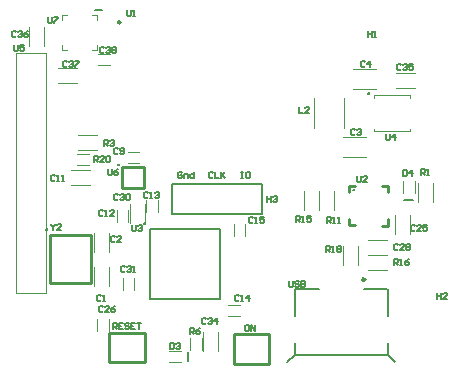
<source format=gto>
G04 Layer_Color=65535*
%FSLAX25Y25*%
%MOIN*%
G70*
G01*
G75*
%ADD10C,0.00500*%
%ADD41C,0.01000*%
%ADD84C,0.00600*%
%ADD103C,0.00984*%
%ADD104C,0.00472*%
%ADD105C,0.00787*%
D10*
X92920Y720D02*
X95400Y3200D01*
Y7200D01*
X95546Y3200D02*
X126254D01*
X95546Y24885D02*
X103400D01*
X95400Y16200D02*
Y24885D01*
X126400Y3200D02*
Y7200D01*
Y3200D02*
X128880Y720D01*
X126400Y16200D02*
Y24885D01*
X118400D02*
X126254D01*
X2024Y106478D02*
Y104812D01*
X2357Y104478D01*
X3023D01*
X3356Y104812D01*
Y106478D01*
X5356D02*
X4023D01*
Y105478D01*
X4689Y105811D01*
X5023D01*
X5356Y105478D01*
Y104812D01*
X5023Y104478D01*
X4356D01*
X4023Y104812D01*
X39600Y118099D02*
Y116433D01*
X39933Y116100D01*
X40600D01*
X40933Y116433D01*
Y118099D01*
X41599Y116100D02*
X42266D01*
X41933D01*
Y118099D01*
X41599Y117766D01*
X131400Y64799D02*
Y62800D01*
X132400D01*
X132733Y63133D01*
Y64466D01*
X132400Y64799D01*
X131400D01*
X134399Y62800D02*
Y64799D01*
X133399Y63800D01*
X134732D01*
X13200Y115699D02*
Y114033D01*
X13533Y113700D01*
X14200D01*
X14533Y114033D01*
Y115699D01*
X15199D02*
X16532D01*
Y115366D01*
X15199Y114033D01*
Y113700D01*
X31886Y105475D02*
X31553Y105808D01*
X30887D01*
X30553Y105475D01*
Y104142D01*
X30887Y103809D01*
X31553D01*
X31886Y104142D01*
X32553Y105475D02*
X32886Y105808D01*
X33553D01*
X33886Y105475D01*
Y105142D01*
X33553Y104809D01*
X33219D01*
X33553D01*
X33886Y104476D01*
Y104142D01*
X33553Y103809D01*
X32886D01*
X32553Y104142D01*
X34552Y105475D02*
X34885Y105808D01*
X35552D01*
X35885Y105475D01*
Y105142D01*
X35552Y104809D01*
X35885Y104476D01*
Y104142D01*
X35552Y103809D01*
X34885D01*
X34552Y104142D01*
Y104476D01*
X34885Y104809D01*
X34552Y105142D01*
Y105475D01*
X34885Y104809D02*
X35552D01*
X19433Y100866D02*
X19100Y101199D01*
X18433D01*
X18100Y100866D01*
Y99533D01*
X18433Y99200D01*
X19100D01*
X19433Y99533D01*
X20099Y100866D02*
X20433Y101199D01*
X21099D01*
X21432Y100866D01*
Y100533D01*
X21099Y100200D01*
X20766D01*
X21099D01*
X21432Y99866D01*
Y99533D01*
X21099Y99200D01*
X20433D01*
X20099Y99533D01*
X22099Y101199D02*
X23432D01*
Y100866D01*
X22099Y99533D01*
Y99200D01*
X2433Y110566D02*
X2100Y110899D01*
X1433D01*
X1100Y110566D01*
Y109233D01*
X1433Y108900D01*
X2100D01*
X2433Y109233D01*
X3099Y110566D02*
X3433Y110899D01*
X4099D01*
X4432Y110566D01*
Y110233D01*
X4099Y109900D01*
X3766D01*
X4099D01*
X4432Y109566D01*
Y109233D01*
X4099Y108900D01*
X3433D01*
X3099Y109233D01*
X6432Y110899D02*
X5765Y110566D01*
X5099Y109900D01*
Y109233D01*
X5432Y108900D01*
X6098D01*
X6432Y109233D01*
Y109566D01*
X6098Y109900D01*
X5099D01*
X33200Y64999D02*
Y63333D01*
X33533Y63000D01*
X34200D01*
X34533Y63333D01*
Y64999D01*
X36532D02*
X35866Y64666D01*
X35199Y64000D01*
Y63333D01*
X35533Y63000D01*
X36199D01*
X36532Y63333D01*
Y63666D01*
X36199Y64000D01*
X35199D01*
X116300Y62799D02*
Y61133D01*
X116633Y60800D01*
X117300D01*
X117633Y61133D01*
Y62799D01*
X119632Y60800D02*
X118299D01*
X119632Y62133D01*
Y62466D01*
X119299Y62799D01*
X118633D01*
X118299Y62466D01*
X14100Y46599D02*
Y46266D01*
X14766Y45600D01*
X15433Y46266D01*
Y46599D01*
X14766Y45600D02*
Y44600D01*
X17432D02*
X16099D01*
X17432Y45933D01*
Y46266D01*
X17099Y46599D01*
X16433D01*
X16099Y46266D01*
X41100Y46399D02*
Y44733D01*
X41433Y44400D01*
X42100D01*
X42433Y44733D01*
Y46399D01*
X43099Y46066D02*
X43433Y46399D01*
X44099D01*
X44432Y46066D01*
Y45733D01*
X44099Y45400D01*
X43766D01*
X44099D01*
X44432Y45066D01*
Y44733D01*
X44099Y44400D01*
X43433D01*
X43099Y44733D01*
X80000Y13099D02*
X79333D01*
X79000Y12766D01*
Y11433D01*
X79333Y11100D01*
X80000D01*
X80333Y11433D01*
Y12766D01*
X80000Y13099D01*
X80999Y11100D02*
Y13099D01*
X82332Y11100D01*
Y13099D01*
X35000Y11600D02*
Y13599D01*
X36000D01*
X36333Y13266D01*
Y12600D01*
X36000Y12267D01*
X35000D01*
X35666D02*
X36333Y11600D01*
X38332Y13599D02*
X36999D01*
Y11600D01*
X38332D01*
X36999Y12600D02*
X37666D01*
X40332Y13266D02*
X39998Y13599D01*
X39332D01*
X38999Y13266D01*
Y12933D01*
X39332Y12600D01*
X39998D01*
X40332Y12267D01*
Y11933D01*
X39998Y11600D01*
X39332D01*
X38999Y11933D01*
X42331Y13599D02*
X40998D01*
Y11600D01*
X42331D01*
X40998Y12600D02*
X41664D01*
X42997Y13599D02*
X44330D01*
X43664D01*
Y11600D01*
X28400Y67300D02*
Y69299D01*
X29400D01*
X29733Y68966D01*
Y68300D01*
X29400Y67966D01*
X28400D01*
X29066D02*
X29733Y67300D01*
X31732D02*
X30399D01*
X31732Y68633D01*
Y68966D01*
X31399Y69299D01*
X30733D01*
X30399Y68966D01*
X32399D02*
X32732Y69299D01*
X33398D01*
X33732Y68966D01*
Y67633D01*
X33398Y67300D01*
X32732D01*
X32399Y67633D01*
Y68966D01*
X105800Y37400D02*
Y39399D01*
X106800D01*
X107133Y39066D01*
Y38400D01*
X106800Y38066D01*
X105800D01*
X106466D02*
X107133Y37400D01*
X107799D02*
X108466D01*
X108133D01*
Y39399D01*
X107799Y39066D01*
X109466D02*
X109799Y39399D01*
X110465D01*
X110798Y39066D01*
Y38733D01*
X110465Y38400D01*
X110798Y38066D01*
Y37733D01*
X110465Y37400D01*
X109799D01*
X109466Y37733D01*
Y38066D01*
X109799Y38400D01*
X109466Y38733D01*
Y39066D01*
X109799Y38400D02*
X110465D01*
X128700Y32900D02*
Y34899D01*
X129700D01*
X130033Y34566D01*
Y33900D01*
X129700Y33566D01*
X128700D01*
X129367D02*
X130033Y32900D01*
X130699D02*
X131366D01*
X131033D01*
Y34899D01*
X130699Y34566D01*
X133698Y34899D02*
X133032Y34566D01*
X132366Y33900D01*
Y33233D01*
X132699Y32900D01*
X133365D01*
X133698Y33233D01*
Y33566D01*
X133365Y33900D01*
X132366D01*
X96000Y47300D02*
Y49299D01*
X97000D01*
X97333Y48966D01*
Y48300D01*
X97000Y47966D01*
X96000D01*
X96666D02*
X97333Y47300D01*
X97999D02*
X98666D01*
X98333D01*
Y49299D01*
X97999Y48966D01*
X100998Y49299D02*
X99665D01*
Y48300D01*
X100332Y48633D01*
X100665D01*
X100998Y48300D01*
Y47633D01*
X100665Y47300D01*
X99999D01*
X99665Y47633D01*
X106200Y46900D02*
Y48899D01*
X107200D01*
X107533Y48566D01*
Y47900D01*
X107200Y47566D01*
X106200D01*
X106867D02*
X107533Y46900D01*
X108199D02*
X108866D01*
X108533D01*
Y48899D01*
X108199Y48566D01*
X109865Y46900D02*
X110532D01*
X110199D01*
Y48899D01*
X109865Y48566D01*
X60547Y9899D02*
Y11898D01*
X61547D01*
X61880Y11565D01*
Y10899D01*
X61547Y10565D01*
X60547D01*
X61214D02*
X61880Y9899D01*
X63880Y11898D02*
X63213Y11565D01*
X62547Y10899D01*
Y10232D01*
X62880Y9899D01*
X63546D01*
X63880Y10232D01*
Y10565D01*
X63546Y10899D01*
X62547D01*
X32000Y72600D02*
Y74599D01*
X33000D01*
X33333Y74266D01*
Y73600D01*
X33000Y73266D01*
X32000D01*
X32666D02*
X33333Y72600D01*
X33999Y74266D02*
X34333Y74599D01*
X34999D01*
X35332Y74266D01*
Y73933D01*
X34999Y73600D01*
X34666D01*
X34999D01*
X35332Y73266D01*
Y72933D01*
X34999Y72600D01*
X34333D01*
X33999Y72933D01*
X137700Y63000D02*
Y64999D01*
X138700D01*
X139033Y64666D01*
Y64000D01*
X138700Y63666D01*
X137700D01*
X138366D02*
X139033Y63000D01*
X139699D02*
X140366D01*
X140033D01*
Y64999D01*
X139699Y64666D01*
X97000Y85799D02*
Y83800D01*
X98333D01*
X100332D02*
X98999D01*
X100332Y85133D01*
Y85466D01*
X99999Y85799D01*
X99333D01*
X98999Y85466D01*
X142800Y23599D02*
Y21600D01*
Y22600D01*
X144133D01*
Y23599D01*
Y21600D01*
X146132D02*
X144799D01*
X146132Y22933D01*
Y23266D01*
X145799Y23599D01*
X145133D01*
X144799Y23266D01*
X120000Y111099D02*
Y109100D01*
Y110100D01*
X121333D01*
Y111099D01*
Y109100D01*
X121999D02*
X122666D01*
X122333D01*
Y111099D01*
X121999Y110766D01*
X53900Y7099D02*
Y5100D01*
X54900D01*
X55233Y5433D01*
Y6766D01*
X54900Y7099D01*
X53900D01*
X55899Y6766D02*
X56233Y7099D01*
X56899D01*
X57232Y6766D01*
Y6433D01*
X56899Y6100D01*
X56566D01*
X56899D01*
X57232Y5766D01*
Y5433D01*
X56899Y5100D01*
X56233D01*
X55899Y5433D01*
X131033Y99866D02*
X130700Y100199D01*
X130033D01*
X129700Y99866D01*
Y98533D01*
X130033Y98200D01*
X130700D01*
X131033Y98533D01*
X131699Y99866D02*
X132033Y100199D01*
X132699D01*
X133032Y99866D01*
Y99533D01*
X132699Y99200D01*
X132366D01*
X132699D01*
X133032Y98866D01*
Y98533D01*
X132699Y98200D01*
X132033D01*
X131699Y98533D01*
X135032Y100199D02*
X133699D01*
Y99200D01*
X134365Y99533D01*
X134698D01*
X135032Y99200D01*
Y98533D01*
X134698Y98200D01*
X134032D01*
X133699Y98533D01*
X65933Y14966D02*
X65600Y15299D01*
X64933D01*
X64600Y14966D01*
Y13633D01*
X64933Y13300D01*
X65600D01*
X65933Y13633D01*
X66599Y14966D02*
X66933Y15299D01*
X67599D01*
X67932Y14966D01*
Y14633D01*
X67599Y14300D01*
X67266D01*
X67599D01*
X67932Y13966D01*
Y13633D01*
X67599Y13300D01*
X66933D01*
X66599Y13633D01*
X69598Y13300D02*
Y15299D01*
X68599Y14300D01*
X69932D01*
X39033Y32366D02*
X38700Y32699D01*
X38033D01*
X37700Y32366D01*
Y31033D01*
X38033Y30700D01*
X38700D01*
X39033Y31033D01*
X39699Y32366D02*
X40033Y32699D01*
X40699D01*
X41032Y32366D01*
Y32033D01*
X40699Y31700D01*
X40366D01*
X40699D01*
X41032Y31366D01*
Y31033D01*
X40699Y30700D01*
X40033D01*
X39699Y31033D01*
X41699Y30700D02*
X42365D01*
X42032D01*
Y32699D01*
X41699Y32366D01*
X36533Y56366D02*
X36200Y56699D01*
X35533D01*
X35200Y56366D01*
Y55033D01*
X35533Y54700D01*
X36200D01*
X36533Y55033D01*
X37199Y56366D02*
X37533Y56699D01*
X38199D01*
X38532Y56366D01*
Y56033D01*
X38199Y55700D01*
X37866D01*
X38199D01*
X38532Y55366D01*
Y55033D01*
X38199Y54700D01*
X37533D01*
X37199Y55033D01*
X39199Y56366D02*
X39532Y56699D01*
X40198D01*
X40532Y56366D01*
Y55033D01*
X40198Y54700D01*
X39532D01*
X39199Y55033D01*
Y56366D01*
X129808Y39748D02*
X129475Y40081D01*
X128808D01*
X128475Y39748D01*
Y38415D01*
X128808Y38082D01*
X129475D01*
X129808Y38415D01*
X131807Y38082D02*
X130474D01*
X131807Y39415D01*
Y39748D01*
X131474Y40081D01*
X130807D01*
X130474Y39748D01*
X132474D02*
X132807Y40081D01*
X133473D01*
X133807Y39748D01*
Y39415D01*
X133473Y39082D01*
X133807Y38748D01*
Y38415D01*
X133473Y38082D01*
X132807D01*
X132474Y38415D01*
Y38748D01*
X132807Y39082D01*
X132474Y39415D01*
Y39748D01*
X132807Y39082D02*
X133473D01*
X31533Y19166D02*
X31200Y19499D01*
X30533D01*
X30200Y19166D01*
Y17833D01*
X30533Y17500D01*
X31200D01*
X31533Y17833D01*
X33532Y17500D02*
X32199D01*
X33532Y18833D01*
Y19166D01*
X33199Y19499D01*
X32533D01*
X32199Y19166D01*
X35532Y19499D02*
X34865Y19166D01*
X34199Y18500D01*
Y17833D01*
X34532Y17500D01*
X35198D01*
X35532Y17833D01*
Y18167D01*
X35198Y18500D01*
X34199D01*
X135645Y46152D02*
X135312Y46486D01*
X134646D01*
X134312Y46152D01*
Y44820D01*
X134646Y44486D01*
X135312D01*
X135645Y44820D01*
X137645Y44486D02*
X136312D01*
X137645Y45819D01*
Y46152D01*
X137311Y46486D01*
X136645D01*
X136312Y46152D01*
X139644Y46486D02*
X138311D01*
Y45486D01*
X138978Y45819D01*
X139311D01*
X139644Y45486D01*
Y44820D01*
X139311Y44486D01*
X138644D01*
X138311Y44820D01*
X81533Y48566D02*
X81200Y48899D01*
X80533D01*
X80200Y48566D01*
Y47233D01*
X80533Y46900D01*
X81200D01*
X81533Y47233D01*
X82199Y46900D02*
X82866D01*
X82533D01*
Y48899D01*
X82199Y48566D01*
X85198Y48899D02*
X83865D01*
Y47900D01*
X84532Y48233D01*
X84865D01*
X85198Y47900D01*
Y47233D01*
X84865Y46900D01*
X84199D01*
X83865Y47233D01*
X76933Y22566D02*
X76600Y22899D01*
X75933D01*
X75600Y22566D01*
Y21233D01*
X75933Y20900D01*
X76600D01*
X76933Y21233D01*
X77599Y20900D02*
X78266D01*
X77933D01*
Y22899D01*
X77599Y22566D01*
X80265Y20900D02*
Y22899D01*
X79265Y21900D01*
X80598D01*
X46433Y57166D02*
X46100Y57499D01*
X45433D01*
X45100Y57166D01*
Y55833D01*
X45433Y55500D01*
X46100D01*
X46433Y55833D01*
X47099Y55500D02*
X47766D01*
X47433D01*
Y57499D01*
X47099Y57166D01*
X48766D02*
X49099Y57499D01*
X49765D01*
X50098Y57166D01*
Y56833D01*
X49765Y56500D01*
X49432D01*
X49765D01*
X50098Y56166D01*
Y55833D01*
X49765Y55500D01*
X49099D01*
X48766Y55833D01*
X31433Y50966D02*
X31100Y51299D01*
X30433D01*
X30100Y50966D01*
Y49633D01*
X30433Y49300D01*
X31100D01*
X31433Y49633D01*
X32099Y49300D02*
X32766D01*
X32433D01*
Y51299D01*
X32099Y50966D01*
X35098Y49300D02*
X33766D01*
X35098Y50633D01*
Y50966D01*
X34765Y51299D01*
X34099D01*
X33766Y50966D01*
X15433Y62666D02*
X15100Y62999D01*
X14433D01*
X14100Y62666D01*
Y61333D01*
X14433Y61000D01*
X15100D01*
X15433Y61333D01*
X16099Y61000D02*
X16766D01*
X16433D01*
Y62999D01*
X16099Y62666D01*
X17765Y61000D02*
X18432D01*
X18099D01*
Y62999D01*
X17765Y62666D01*
X36496Y71567D02*
X36163Y71901D01*
X35497D01*
X35163Y71567D01*
Y70235D01*
X35497Y69901D01*
X36163D01*
X36496Y70235D01*
X37163D02*
X37496Y69901D01*
X38162D01*
X38496Y70235D01*
Y71567D01*
X38162Y71901D01*
X37496D01*
X37163Y71567D01*
Y71234D01*
X37496Y70901D01*
X38496D01*
X118733Y100766D02*
X118400Y101099D01*
X117733D01*
X117400Y100766D01*
Y99433D01*
X117733Y99100D01*
X118400D01*
X118733Y99433D01*
X120399Y99100D02*
Y101099D01*
X119399Y100100D01*
X120732D01*
X35633Y42266D02*
X35300Y42599D01*
X34633D01*
X34300Y42266D01*
Y40933D01*
X34633Y40600D01*
X35300D01*
X35633Y40933D01*
X37632Y40600D02*
X36299D01*
X37632Y41933D01*
Y42266D01*
X37299Y42599D01*
X36633D01*
X36299Y42266D01*
X30933Y22866D02*
X30600Y23199D01*
X29933D01*
X29600Y22866D01*
Y21533D01*
X29933Y21200D01*
X30600D01*
X30933Y21533D01*
X31599Y21200D02*
X32266D01*
X31933D01*
Y23199D01*
X31599Y22866D01*
X93500Y27699D02*
Y26033D01*
X93833Y25700D01*
X94500D01*
X94833Y26033D01*
Y27699D01*
X96832Y27366D02*
X96499Y27699D01*
X95833D01*
X95499Y27366D01*
Y27033D01*
X95833Y26700D01*
X96499D01*
X96832Y26366D01*
Y26033D01*
X96499Y25700D01*
X95833D01*
X95499Y26033D01*
X97499Y27699D02*
Y25700D01*
X98498D01*
X98832Y26033D01*
Y26366D01*
X98498Y26700D01*
X97499D01*
X98498D01*
X98832Y27033D01*
Y27366D01*
X98498Y27699D01*
X97499D01*
X125900Y76699D02*
Y75033D01*
X126233Y74700D01*
X126900D01*
X127233Y75033D01*
Y76699D01*
X128899Y74700D02*
Y76699D01*
X127899Y75700D01*
X129232D01*
X86100Y55899D02*
Y53900D01*
Y54900D01*
X87433D01*
Y55899D01*
Y53900D01*
X88099Y55566D02*
X88433Y55899D01*
X89099D01*
X89432Y55566D01*
Y55233D01*
X89099Y54900D01*
X88766D01*
X89099D01*
X89432Y54566D01*
Y54233D01*
X89099Y53900D01*
X88433D01*
X88099Y54233D01*
X115533Y78166D02*
X115200Y78499D01*
X114533D01*
X114200Y78166D01*
Y76833D01*
X114533Y76500D01*
X115200D01*
X115533Y76833D01*
X116199Y78166D02*
X116533Y78499D01*
X117199D01*
X117532Y78166D01*
Y77833D01*
X117199Y77500D01*
X116866D01*
X117199D01*
X117532Y77166D01*
Y76833D01*
X117199Y76500D01*
X116533D01*
X116199Y76833D01*
X57933Y63566D02*
X57600Y63899D01*
X56933D01*
X56600Y63566D01*
Y62233D01*
X56933Y61900D01*
X57600D01*
X57933Y62233D01*
Y62900D01*
X57266D01*
X58599Y61900D02*
Y63233D01*
X59599D01*
X59932Y62900D01*
Y61900D01*
X61932Y63899D02*
Y61900D01*
X60932D01*
X60599Y62233D01*
Y62900D01*
X60932Y63233D01*
X61932D01*
X68333Y63566D02*
X68000Y63899D01*
X67333D01*
X67000Y63566D01*
Y62233D01*
X67333Y61900D01*
X68000D01*
X68333Y62233D01*
X68999Y63899D02*
Y61900D01*
X70332D01*
X70999Y63899D02*
Y61900D01*
Y62566D01*
X72332Y63899D01*
X71332Y62900D01*
X72332Y61900D01*
X77500Y63899D02*
X78166D01*
X77833D01*
Y61900D01*
X77500D01*
X78166D01*
X80166Y63899D02*
X79499D01*
X79166Y63566D01*
Y62233D01*
X79499Y61900D01*
X80166D01*
X80499Y62233D01*
Y63566D01*
X80166Y63899D01*
D41*
X37344Y113969D02*
G03*
X37344Y113969I-406J0D01*
G01*
X36776Y66432D02*
G03*
X36776Y66432I-98J0D01*
G01*
X115200Y58017D02*
G03*
X115200Y58017I-220J0D01*
G01*
X45458Y46784D02*
G03*
X45458Y46784I-139J0D01*
G01*
X12812Y44816D02*
G03*
X12812Y44816I-220J0D01*
G01*
X120126Y90293D02*
G03*
X120126Y90293I-98J0D01*
G01*
X37760Y58657D02*
Y65743D01*
Y58657D02*
X45240D01*
X37760Y65743D02*
X45240D01*
Y58657D02*
Y65743D01*
X113701Y46304D02*
X115669D01*
X113602Y46402D02*
Y48371D01*
Y59296D02*
X115669D01*
X113602Y57229D02*
Y59296D01*
X124429Y46205D02*
X126398D01*
Y48371D01*
X124429Y59296D02*
X126398D01*
Y57229D02*
Y59296D01*
X86905Y179D02*
Y10021D01*
X75094D02*
X86905D01*
X75094Y179D02*
X86905D01*
X75094D02*
Y10021D01*
X45406Y679D02*
Y10521D01*
X33595D02*
X45406D01*
X33595Y679D02*
X45406D01*
X33595D02*
Y10521D01*
X13970Y43143D02*
X27553D01*
X13970Y27002D02*
Y43143D01*
Y27002D02*
X27553D01*
Y43143D01*
D84*
X132000Y54700D02*
X135000D01*
X28818Y118080D02*
X31180D01*
X47287Y21686D02*
Y45013D01*
Y21686D02*
X70614D01*
X47287Y45013D02*
X70614D01*
Y21686D02*
Y45013D01*
X59900Y1100D02*
Y4100D01*
D103*
X118892Y28192D02*
G03*
X118892Y28192I-492J0D01*
G01*
D104*
X114763Y98486D02*
X122637D01*
X114763Y91714D02*
X122637D01*
X111463Y75786D02*
X119337D01*
X111463Y69014D02*
X119337D01*
X2500Y23600D02*
X12500D01*
X2500D02*
Y103600D01*
X12500D01*
Y23600D02*
Y103600D01*
X135409Y57131D02*
Y61068D01*
X131591Y57131D02*
Y61068D01*
X17795Y104694D02*
X19487D01*
X17795D02*
Y106387D01*
Y114813D02*
Y116506D01*
X19487D01*
X27913Y104694D02*
X29605D01*
Y106387D01*
X27913Y116506D02*
X29605D01*
Y114813D02*
Y116506D01*
X29831Y103490D02*
X33768D01*
X29831Y99710D02*
X33768D01*
X16550Y93700D02*
X22850D01*
X16550Y98700D02*
X22850D01*
X7000Y105950D02*
Y112250D01*
X12000Y105950D02*
Y112250D01*
X23031Y66410D02*
X26969D01*
X23031Y70190D02*
X26969D01*
X111600Y33150D02*
Y39450D01*
X116600Y33150D02*
Y39450D01*
X119950Y31500D02*
X126250D01*
X119950Y36500D02*
X126250D01*
X103500Y51450D02*
Y57750D01*
X108500Y51450D02*
Y57750D01*
X60610Y4631D02*
Y8568D01*
X64390Y4631D02*
Y8568D01*
X23350Y71300D02*
X29650D01*
X23350Y76300D02*
X29650D01*
X136500Y53950D02*
Y60250D01*
X141500Y53950D02*
Y60250D01*
X101721Y78779D02*
Y88621D01*
X111879Y78779D02*
Y88621D01*
X53531Y691D02*
X57468D01*
X53531Y4509D02*
X57468D01*
X129350Y97100D02*
X135650D01*
X129350Y92100D02*
X135650D01*
X65000Y4450D02*
Y10750D01*
X70000Y4450D02*
Y10750D01*
X38110Y24632D02*
Y28569D01*
X41890Y24632D02*
Y28569D01*
X40500Y47150D02*
Y53450D01*
X45500Y47150D02*
Y53450D01*
X119850Y36500D02*
X126150D01*
X119850Y41500D02*
X126150D01*
X29610Y11131D02*
Y15068D01*
X33390Y11131D02*
Y15068D01*
X129000Y43450D02*
Y49750D01*
X134000Y43450D02*
Y49750D01*
X75110Y42632D02*
Y46569D01*
X78890Y42632D02*
Y46569D01*
X73331Y16010D02*
X77268D01*
X73331Y19790D02*
X77268D01*
X46010Y50631D02*
Y54568D01*
X49790Y50631D02*
Y54568D01*
X36110Y47332D02*
Y51269D01*
X39890Y47332D02*
Y51269D01*
X20850Y59800D02*
X27150D01*
X20850Y64800D02*
X27150D01*
X39731Y70690D02*
X43668D01*
X39731Y66910D02*
X43668D01*
X28400Y37350D02*
Y43650D01*
X33400Y37350D02*
Y43650D01*
X33500Y25950D02*
Y32250D01*
X28500Y25950D02*
Y32250D01*
X98500Y51450D02*
Y57750D01*
X103500Y51450D02*
Y57750D01*
X121976Y77576D02*
Y78443D01*
Y77576D02*
X134024D01*
Y78443D01*
X121976Y88757D02*
Y89624D01*
X134024D01*
Y88757D02*
Y89624D01*
D105*
X84500Y50100D02*
Y60100D01*
X54500Y50100D02*
X84500D01*
X54500D02*
Y60100D01*
X84500D01*
M02*

</source>
